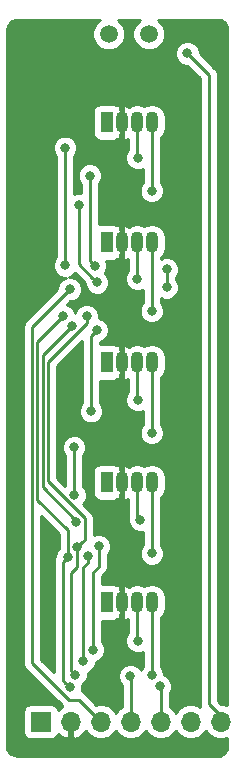
<source format=gbr>
G04 #@! TF.GenerationSoftware,KiCad,Pcbnew,5.0.2-bee76a0~70~ubuntu16.04.1*
G04 #@! TF.CreationDate,2020-01-15T21:00:25+00:00*
G04 #@! TF.ProjectId,receiver,72656365-6976-4657-922e-6b696361645f,rev?*
G04 #@! TF.SameCoordinates,Original*
G04 #@! TF.FileFunction,Copper,L1,Top*
G04 #@! TF.FilePolarity,Positive*
%FSLAX46Y46*%
G04 Gerber Fmt 4.6, Leading zero omitted, Abs format (unit mm)*
G04 Created by KiCad (PCBNEW 5.0.2-bee76a0~70~ubuntu16.04.1) date Wed 15 Jan 2020 21:00:25 GMT*
%MOMM*%
%LPD*%
G01*
G04 APERTURE LIST*
G04 #@! TA.AperFunction,ComponentPad*
%ADD10R,1.700000X1.700000*%
G04 #@! TD*
G04 #@! TA.AperFunction,ComponentPad*
%ADD11O,1.700000X1.700000*%
G04 #@! TD*
G04 #@! TA.AperFunction,ComponentPad*
%ADD12C,1.500000*%
G04 #@! TD*
G04 #@! TA.AperFunction,ComponentPad*
%ADD13R,1.070000X1.800000*%
G04 #@! TD*
G04 #@! TA.AperFunction,ComponentPad*
%ADD14O,1.070000X1.800000*%
G04 #@! TD*
G04 #@! TA.AperFunction,ViaPad*
%ADD15C,0.800000*%
G04 #@! TD*
G04 #@! TA.AperFunction,Conductor*
%ADD16C,0.250000*%
G04 #@! TD*
G04 #@! TA.AperFunction,Conductor*
%ADD17C,0.254000*%
G04 #@! TD*
G04 APERTURE END LIST*
D10*
G04 #@! TO.P,J1,1*
G04 #@! TO.N,+3V3*
X141730000Y-114250000D03*
D11*
G04 #@! TO.P,J1,2*
G04 #@! TO.N,GND*
X144270000Y-114250000D03*
G04 #@! TO.P,J1,3*
G04 #@! TO.N,DATA*
X146810000Y-114250000D03*
G04 #@! TO.P,J1,4*
G04 #@! TO.N,LATCH*
X149350000Y-114250000D03*
G04 #@! TO.P,J1,5*
G04 #@! TO.N,CLOCK*
X151890000Y-114250000D03*
G04 #@! TO.P,J1,6*
G04 #@! TO.N,N/C*
X154430000Y-114250000D03*
G04 #@! TO.P,J1,7*
G04 #@! TO.N,LDR*
X156970000Y-114250000D03*
G04 #@! TD*
D12*
G04 #@! TO.P,R1,1*
G04 #@! TO.N,+3V3*
X147480000Y-56000000D03*
G04 #@! TO.P,R1,2*
G04 #@! TO.N,LDR*
X150880000Y-56000000D03*
G04 #@! TD*
D13*
G04 #@! TO.P,D1,1*
G04 #@! TO.N,Net-(D1-Pad1)*
X147320000Y-63500000D03*
D14*
G04 #@! TO.P,D1,2*
G04 #@! TO.N,GND*
X148590000Y-63500000D03*
G04 #@! TO.P,D1,3*
G04 #@! TO.N,Net-(D1-Pad3)*
X149860000Y-63500000D03*
G04 #@! TO.P,D1,4*
G04 #@! TO.N,Net-(D1-Pad4)*
X151130000Y-63500000D03*
G04 #@! TD*
D13*
G04 #@! TO.P,D2,1*
G04 #@! TO.N,Net-(D2-Pad1)*
X147320000Y-93980000D03*
D14*
G04 #@! TO.P,D2,2*
G04 #@! TO.N,GND*
X148590000Y-93980000D03*
G04 #@! TO.P,D2,3*
G04 #@! TO.N,Net-(D2-Pad3)*
X149860000Y-93980000D03*
G04 #@! TO.P,D2,4*
G04 #@! TO.N,Net-(D2-Pad4)*
X151130000Y-93980000D03*
G04 #@! TD*
G04 #@! TO.P,D4,4*
G04 #@! TO.N,Net-(D4-Pad4)*
X151130000Y-73660000D03*
G04 #@! TO.P,D4,3*
G04 #@! TO.N,Net-(D4-Pad3)*
X149860000Y-73660000D03*
G04 #@! TO.P,D4,2*
G04 #@! TO.N,GND*
X148590000Y-73660000D03*
D13*
G04 #@! TO.P,D4,1*
G04 #@! TO.N,Net-(D4-Pad1)*
X147320000Y-73660000D03*
G04 #@! TD*
D14*
G04 #@! TO.P,D5,4*
G04 #@! TO.N,Net-(D5-Pad4)*
X151130000Y-104140000D03*
G04 #@! TO.P,D5,3*
G04 #@! TO.N,Net-(D5-Pad3)*
X149860000Y-104140000D03*
G04 #@! TO.P,D5,2*
G04 #@! TO.N,GND*
X148590000Y-104140000D03*
D13*
G04 #@! TO.P,D5,1*
G04 #@! TO.N,Net-(D5-Pad1)*
X147320000Y-104140000D03*
G04 #@! TD*
G04 #@! TO.P,D7,1*
G04 #@! TO.N,Net-(D7-Pad1)*
X147320000Y-83820000D03*
D14*
G04 #@! TO.P,D7,2*
G04 #@! TO.N,GND*
X148590000Y-83820000D03*
G04 #@! TO.P,D7,3*
G04 #@! TO.N,Net-(D7-Pad3)*
X149860000Y-83820000D03*
G04 #@! TO.P,D7,4*
G04 #@! TO.N,Net-(D7-Pad4)*
X151130000Y-83820000D03*
G04 #@! TD*
D15*
G04 #@! TO.N,GND*
X142494000Y-105664000D03*
X143510000Y-55372000D03*
X148082000Y-112522000D03*
X154262123Y-112107442D03*
G04 #@! TO.N,Net-(D1-Pad4)*
X151130000Y-69300000D03*
G04 #@! TO.N,Net-(D1-Pad3)*
X149930000Y-66500000D03*
G04 #@! TO.N,Net-(D2-Pad3)*
X150155000Y-97125000D03*
G04 #@! TO.N,Net-(D2-Pad4)*
X151130000Y-100000000D03*
G04 #@! TO.N,Net-(D4-Pad3)*
X149880000Y-76750000D03*
G04 #@! TO.N,Net-(D4-Pad4)*
X151130000Y-79475000D03*
G04 #@! TO.N,Net-(D5-Pad3)*
X149930000Y-107400000D03*
G04 #@! TO.N,Net-(D5-Pad4)*
X151156343Y-110294384D03*
G04 #@! TO.N,Net-(D7-Pad4)*
X151130000Y-89800000D03*
G04 #@! TO.N,Net-(D7-Pad3)*
X149930000Y-87000000D03*
G04 #@! TO.N,DATA*
X144180000Y-77625000D03*
G04 #@! TO.N,LATCH*
X149310000Y-110369998D03*
X145630000Y-79925004D03*
X144670874Y-110250824D03*
X144830000Y-99460010D03*
G04 #@! TO.N,CLOCK*
X151820000Y-111260000D03*
X144005000Y-100300000D03*
X143629996Y-79925000D03*
X144205000Y-111325000D03*
G04 #@! TO.N,LDR*
X154150004Y-57650000D03*
G04 #@! TO.N,Net-(R3-Pad2)*
X143780000Y-75600000D03*
X143780000Y-65650000D03*
G04 #@! TO.N,Net-(R6-Pad2)*
X145879998Y-68000000D03*
X146330000Y-75625000D03*
G04 #@! TO.N,Net-(R9-Pad2)*
X144955000Y-70500000D03*
X146505000Y-77050000D03*
G04 #@! TO.N,Net-(R12-Pad2)*
X152405000Y-75950000D03*
X152380000Y-77475000D03*
G04 #@! TO.N,Net-(R16-Pad2)*
X146630000Y-99400000D03*
X146155000Y-108150000D03*
G04 #@! TO.N,Net-(R19-Pad2)*
X145705000Y-100250000D03*
X145343456Y-109118375D03*
G04 #@! TO.N,Net-(R23-Pad2)*
X145980010Y-87950000D03*
X146480000Y-81075000D03*
G04 #@! TO.N,Net-(R25-Pad2)*
X144580000Y-95075000D03*
X144555000Y-91000000D03*
G04 #@! TO.N,Net-(U1-Pad9)*
X144730010Y-97350000D03*
X144367345Y-80737335D03*
G04 #@! TD*
D16*
G04 #@! TO.N,Net-(D1-Pad4)*
X151130000Y-63500000D02*
X151130000Y-69300000D01*
G04 #@! TO.N,Net-(D1-Pad3)*
X149860000Y-66430000D02*
X149930000Y-66500000D01*
X149860000Y-63500000D02*
X149860000Y-66430000D01*
G04 #@! TO.N,Net-(D2-Pad3)*
X149860000Y-96830000D02*
X150155000Y-97125000D01*
X149860000Y-93980000D02*
X149860000Y-96830000D01*
G04 #@! TO.N,Net-(D2-Pad4)*
X151130000Y-93980000D02*
X151130000Y-100000000D01*
G04 #@! TO.N,Net-(D4-Pad3)*
X149860000Y-76730000D02*
X149880000Y-76750000D01*
X149860000Y-73660000D02*
X149860000Y-76730000D01*
G04 #@! TO.N,Net-(D4-Pad4)*
X151130000Y-73660000D02*
X151130000Y-79475000D01*
G04 #@! TO.N,Net-(D5-Pad3)*
X149860000Y-107330000D02*
X149930000Y-107400000D01*
X149860000Y-104140000D02*
X149860000Y-107330000D01*
G04 #@! TO.N,Net-(D5-Pad4)*
X151130000Y-104140000D02*
X151130000Y-110268041D01*
X151130000Y-110268041D02*
X151156343Y-110294384D01*
G04 #@! TO.N,Net-(D7-Pad4)*
X151130000Y-83820000D02*
X151130000Y-89800000D01*
G04 #@! TO.N,Net-(D7-Pad3)*
X149860000Y-86930000D02*
X149930000Y-87000000D01*
X149860000Y-83820000D02*
X149860000Y-86930000D01*
G04 #@! TO.N,DATA*
X146810000Y-114250000D02*
X144935000Y-112375000D01*
X143780001Y-78024999D02*
X144180000Y-77625000D01*
X141006458Y-99862869D02*
X141004967Y-99861378D01*
X144935000Y-112375000D02*
X144081998Y-112375000D01*
X141004967Y-99861378D02*
X141004967Y-80800033D01*
X144081998Y-112375000D02*
X141006458Y-109299460D01*
X141004967Y-80800033D02*
X143780001Y-78024999D01*
X141006458Y-109299460D02*
X141006458Y-99862869D01*
G04 #@! TO.N,LATCH*
X149350000Y-110409998D02*
X149310000Y-110369998D01*
X149350000Y-114250000D02*
X149350000Y-110409998D01*
X144270875Y-109850825D02*
X144270875Y-101684125D01*
X144270875Y-101684125D02*
X144830000Y-101125000D01*
X144830000Y-100025695D02*
X144830000Y-99460010D01*
X145455012Y-97001998D02*
X145455012Y-98834998D01*
X145455012Y-98834998D02*
X145229999Y-99060011D01*
X142355000Y-83775000D02*
X142355000Y-93901986D01*
X142355000Y-93901986D02*
X145455012Y-97001998D01*
X145630000Y-80500000D02*
X142355000Y-83775000D01*
X144670874Y-110250824D02*
X144270875Y-109850825D01*
X144830000Y-101125000D02*
X144830000Y-100025695D01*
X145630000Y-79925004D02*
X145630000Y-80500000D01*
X145229999Y-99060011D02*
X144830000Y-99460010D01*
G04 #@! TO.N,CLOCK*
X151890000Y-111330000D02*
X151820000Y-111260000D01*
X151890000Y-114250000D02*
X151890000Y-111330000D01*
X143805001Y-110925001D02*
X144205000Y-111325000D01*
X144005000Y-100300000D02*
X143605001Y-100699999D01*
X143605001Y-110725001D02*
X143805001Y-110925001D01*
X143605001Y-100699999D02*
X143605001Y-110725001D01*
X143229997Y-80324999D02*
X143629996Y-79925000D01*
X144005000Y-100300000D02*
X144005000Y-98031000D01*
X144005000Y-98031000D02*
X141454978Y-95480978D01*
X141454978Y-95480978D02*
X141454978Y-82100018D01*
X141454978Y-82100018D02*
X143229997Y-80324999D01*
G04 #@! TO.N,LDR*
X155950000Y-59449996D02*
X154150004Y-57650000D01*
X155950000Y-112770000D02*
X155950000Y-59449996D01*
X157480000Y-114300000D02*
X155950000Y-112770000D01*
G04 #@! TO.N,Net-(R3-Pad2)*
X143780000Y-75600000D02*
X143780000Y-65650000D01*
G04 #@! TO.N,Net-(R6-Pad2)*
X145879998Y-75174998D02*
X145930001Y-75225001D01*
X145879998Y-68000000D02*
X145879998Y-75174998D01*
X145930001Y-75225001D02*
X146330000Y-75625000D01*
G04 #@! TO.N,Net-(R9-Pad2)*
X144955000Y-75500000D02*
X146105001Y-76650001D01*
X144955000Y-70500000D02*
X144955000Y-75500000D01*
X146105001Y-76650001D02*
X146505000Y-77050000D01*
G04 #@! TO.N,Net-(R12-Pad2)*
X152405000Y-77450000D02*
X152380000Y-77475000D01*
X152405000Y-75950000D02*
X152405000Y-77450000D01*
G04 #@! TO.N,Net-(R16-Pad2)*
X146155000Y-107584315D02*
X146155000Y-108150000D01*
X146155000Y-101607826D02*
X146155000Y-107584315D01*
X146630000Y-101132826D02*
X146155000Y-101607826D01*
X146630000Y-99400000D02*
X146630000Y-101132826D01*
G04 #@! TO.N,Net-(R19-Pad2)*
X145343456Y-108552690D02*
X145343456Y-109118375D01*
X145705000Y-100815685D02*
X145343456Y-101177229D01*
X145343456Y-101177229D02*
X145343456Y-108552690D01*
X145705000Y-100250000D02*
X145705000Y-100815685D01*
G04 #@! TO.N,Net-(R23-Pad2)*
X145980010Y-87950000D02*
X145980010Y-81574990D01*
X146080001Y-81474999D02*
X146480000Y-81075000D01*
X145980010Y-81574990D02*
X146080001Y-81474999D01*
G04 #@! TO.N,Net-(R25-Pad2)*
X144580000Y-95075000D02*
X144580000Y-91025000D01*
X144580000Y-91025000D02*
X144555000Y-91000000D01*
G04 #@! TO.N,Net-(U1-Pad9)*
X143967346Y-81137334D02*
X144367345Y-80737335D01*
X144730010Y-97350000D02*
X144730010Y-97232010D01*
X141904989Y-94406989D02*
X141904989Y-83199691D01*
X144730010Y-97232010D02*
X141904989Y-94406989D01*
X141904989Y-83199691D02*
X143967346Y-81137334D01*
G04 #@! TD*
D17*
G04 #@! TO.N,GND*
G36*
X146695460Y-54825853D02*
X146305853Y-55215460D01*
X146095000Y-55724506D01*
X146095000Y-56275494D01*
X146305853Y-56784540D01*
X146695460Y-57174147D01*
X147204506Y-57385000D01*
X147755494Y-57385000D01*
X148264540Y-57174147D01*
X148654147Y-56784540D01*
X148865000Y-56275494D01*
X148865000Y-55724506D01*
X148654147Y-55215460D01*
X148264540Y-54825853D01*
X148231096Y-54812000D01*
X150128904Y-54812000D01*
X150095460Y-54825853D01*
X149705853Y-55215460D01*
X149495000Y-55724506D01*
X149495000Y-56275494D01*
X149705853Y-56784540D01*
X150095460Y-57174147D01*
X150604506Y-57385000D01*
X151155494Y-57385000D01*
X151664540Y-57174147D01*
X152054147Y-56784540D01*
X152265000Y-56275494D01*
X152265000Y-55724506D01*
X152054147Y-55215460D01*
X151664540Y-54825853D01*
X151631096Y-54812000D01*
X156659314Y-54812000D01*
X156978505Y-54865128D01*
X157210919Y-54990533D01*
X157390184Y-55184459D01*
X157502741Y-55439059D01*
X157532001Y-55670680D01*
X157532000Y-112847696D01*
X157116256Y-112765000D01*
X157019801Y-112765000D01*
X156710000Y-112455199D01*
X156710000Y-59524844D01*
X156724888Y-59449996D01*
X156710000Y-59375148D01*
X156710000Y-59375144D01*
X156665904Y-59153459D01*
X156665904Y-59153458D01*
X156540329Y-58965523D01*
X156497929Y-58902067D01*
X156434473Y-58859667D01*
X155185004Y-57610199D01*
X155185004Y-57444126D01*
X155027435Y-57063720D01*
X154736284Y-56772569D01*
X154355878Y-56615000D01*
X153944130Y-56615000D01*
X153563724Y-56772569D01*
X153272573Y-57063720D01*
X153115004Y-57444126D01*
X153115004Y-57855874D01*
X153272573Y-58236280D01*
X153563724Y-58527431D01*
X153944130Y-58685000D01*
X154110203Y-58685000D01*
X155190001Y-59764799D01*
X155190000Y-112695153D01*
X155175112Y-112770000D01*
X155190000Y-112844847D01*
X155190000Y-112844851D01*
X155219127Y-112991284D01*
X155009418Y-112851161D01*
X154576256Y-112765000D01*
X154283744Y-112765000D01*
X153850582Y-112851161D01*
X153359375Y-113179375D01*
X153160000Y-113477761D01*
X152960625Y-113179375D01*
X152650000Y-112971822D01*
X152650000Y-111893711D01*
X152697431Y-111846280D01*
X152855000Y-111465874D01*
X152855000Y-111054126D01*
X152697431Y-110673720D01*
X152406280Y-110382569D01*
X152191343Y-110293539D01*
X152191343Y-110088510D01*
X152033774Y-109708104D01*
X151890000Y-109564330D01*
X151890000Y-105404331D01*
X151973523Y-105348523D01*
X152232115Y-104961511D01*
X152300000Y-104620230D01*
X152300000Y-103659769D01*
X152232115Y-103318489D01*
X151973523Y-102931477D01*
X151586510Y-102672885D01*
X151130000Y-102582079D01*
X150673489Y-102672885D01*
X150495000Y-102792147D01*
X150316510Y-102672885D01*
X149860000Y-102582079D01*
X149403489Y-102672885D01*
X149211849Y-102800934D01*
X148897383Y-102646100D01*
X148717000Y-102771756D01*
X148717000Y-103524032D01*
X148690000Y-103659770D01*
X148690000Y-104620231D01*
X148717000Y-104755969D01*
X148717000Y-105508244D01*
X148897383Y-105633900D01*
X149100000Y-105534137D01*
X149100001Y-106766288D01*
X149052569Y-106813720D01*
X148895000Y-107194126D01*
X148895000Y-107605874D01*
X149052569Y-107986280D01*
X149343720Y-108277431D01*
X149724126Y-108435000D01*
X150135874Y-108435000D01*
X150370001Y-108338022D01*
X150370001Y-109617015D01*
X150278912Y-109708104D01*
X150217511Y-109856339D01*
X150187431Y-109783718D01*
X149896280Y-109492567D01*
X149515874Y-109334998D01*
X149104126Y-109334998D01*
X148723720Y-109492567D01*
X148432569Y-109783718D01*
X148275000Y-110164124D01*
X148275000Y-110575872D01*
X148432569Y-110956278D01*
X148590001Y-111113710D01*
X148590000Y-112971822D01*
X148279375Y-113179375D01*
X148080000Y-113477761D01*
X147880625Y-113179375D01*
X147389418Y-112851161D01*
X146956256Y-112765000D01*
X146663744Y-112765000D01*
X146443593Y-112808791D01*
X145525331Y-111890530D01*
X145482929Y-111827071D01*
X145231537Y-111659096D01*
X145190287Y-111650891D01*
X145240000Y-111530874D01*
X145240000Y-111135360D01*
X145257154Y-111128255D01*
X145548305Y-110837104D01*
X145705874Y-110456698D01*
X145705874Y-110088532D01*
X145929736Y-109995806D01*
X146220887Y-109704655D01*
X146378456Y-109324249D01*
X146378456Y-109177717D01*
X146741280Y-109027431D01*
X147032431Y-108736280D01*
X147190000Y-108355874D01*
X147190000Y-107944126D01*
X147032431Y-107563720D01*
X146915000Y-107446289D01*
X146915000Y-105687440D01*
X147855000Y-105687440D01*
X148102765Y-105638157D01*
X148182736Y-105584722D01*
X148282617Y-105633900D01*
X148463000Y-105508244D01*
X148463000Y-105238280D01*
X148502440Y-105040000D01*
X148502440Y-103240000D01*
X148463000Y-103041720D01*
X148463000Y-102771756D01*
X148282617Y-102646100D01*
X148182736Y-102695278D01*
X148102765Y-102641843D01*
X147855000Y-102592560D01*
X146915000Y-102592560D01*
X146915000Y-101922627D01*
X147114472Y-101723155D01*
X147177929Y-101680755D01*
X147345904Y-101429363D01*
X147390000Y-101207678D01*
X147390000Y-101207674D01*
X147404888Y-101132827D01*
X147390000Y-101057980D01*
X147390000Y-100103711D01*
X147507431Y-99986280D01*
X147665000Y-99605874D01*
X147665000Y-99194126D01*
X147507431Y-98813720D01*
X147216280Y-98522569D01*
X146835874Y-98365000D01*
X146424126Y-98365000D01*
X146215012Y-98451618D01*
X146215012Y-97076844D01*
X146229900Y-97001997D01*
X146215012Y-96927150D01*
X146215012Y-96927146D01*
X146170916Y-96705461D01*
X146002941Y-96454069D01*
X145939485Y-96411669D01*
X145323263Y-95795448D01*
X145457431Y-95661280D01*
X145615000Y-95280874D01*
X145615000Y-94869126D01*
X145457431Y-94488720D01*
X145340000Y-94371289D01*
X145340000Y-93080000D01*
X146137560Y-93080000D01*
X146137560Y-94880000D01*
X146186843Y-95127765D01*
X146327191Y-95337809D01*
X146537235Y-95478157D01*
X146785000Y-95527440D01*
X147855000Y-95527440D01*
X148102765Y-95478157D01*
X148182736Y-95424722D01*
X148282617Y-95473900D01*
X148463000Y-95348244D01*
X148463000Y-95078280D01*
X148502440Y-94880000D01*
X148502440Y-93499770D01*
X148690000Y-93499770D01*
X148690000Y-94460231D01*
X148717000Y-94595969D01*
X148717000Y-95348244D01*
X148897383Y-95473900D01*
X149100000Y-95374137D01*
X149100001Y-96755148D01*
X149085112Y-96830000D01*
X149120000Y-97005393D01*
X149120000Y-97330874D01*
X149277569Y-97711280D01*
X149568720Y-98002431D01*
X149949126Y-98160000D01*
X150360874Y-98160000D01*
X150370001Y-98156220D01*
X150370001Y-99296288D01*
X150252569Y-99413720D01*
X150095000Y-99794126D01*
X150095000Y-100205874D01*
X150252569Y-100586280D01*
X150543720Y-100877431D01*
X150924126Y-101035000D01*
X151335874Y-101035000D01*
X151716280Y-100877431D01*
X152007431Y-100586280D01*
X152165000Y-100205874D01*
X152165000Y-99794126D01*
X152007431Y-99413720D01*
X151890000Y-99296289D01*
X151890000Y-95244331D01*
X151973523Y-95188523D01*
X152232115Y-94801511D01*
X152300000Y-94460230D01*
X152300000Y-93499769D01*
X152232115Y-93158489D01*
X151973523Y-92771477D01*
X151586510Y-92512885D01*
X151130000Y-92422079D01*
X150673489Y-92512885D01*
X150495000Y-92632147D01*
X150316510Y-92512885D01*
X149860000Y-92422079D01*
X149403489Y-92512885D01*
X149211849Y-92640934D01*
X148897383Y-92486100D01*
X148717000Y-92611756D01*
X148717000Y-93364032D01*
X148690000Y-93499770D01*
X148502440Y-93499770D01*
X148502440Y-93080000D01*
X148463000Y-92881720D01*
X148463000Y-92611756D01*
X148282617Y-92486100D01*
X148182736Y-92535278D01*
X148102765Y-92481843D01*
X147855000Y-92432560D01*
X146785000Y-92432560D01*
X146537235Y-92481843D01*
X146327191Y-92622191D01*
X146186843Y-92832235D01*
X146137560Y-93080000D01*
X145340000Y-93080000D01*
X145340000Y-91678711D01*
X145432431Y-91586280D01*
X145590000Y-91205874D01*
X145590000Y-90794126D01*
X145432431Y-90413720D01*
X145141280Y-90122569D01*
X144760874Y-89965000D01*
X144349126Y-89965000D01*
X143968720Y-90122569D01*
X143677569Y-90413720D01*
X143520000Y-90794126D01*
X143520000Y-91205874D01*
X143677569Y-91586280D01*
X143820001Y-91728712D01*
X143820000Y-94292185D01*
X143115000Y-93587185D01*
X143115000Y-84089801D01*
X145220011Y-81984791D01*
X145220010Y-87246289D01*
X145102579Y-87363720D01*
X144945010Y-87744126D01*
X144945010Y-88155874D01*
X145102579Y-88536280D01*
X145393730Y-88827431D01*
X145774136Y-88985000D01*
X146185884Y-88985000D01*
X146566290Y-88827431D01*
X146857441Y-88536280D01*
X147015010Y-88155874D01*
X147015010Y-87744126D01*
X146857441Y-87363720D01*
X146740010Y-87246289D01*
X146740010Y-85358491D01*
X146785000Y-85367440D01*
X147855000Y-85367440D01*
X148102765Y-85318157D01*
X148182736Y-85264722D01*
X148282617Y-85313900D01*
X148463000Y-85188244D01*
X148463000Y-84918280D01*
X148502440Y-84720000D01*
X148502440Y-83339770D01*
X148690000Y-83339770D01*
X148690000Y-84300231D01*
X148717000Y-84435969D01*
X148717000Y-85188244D01*
X148897383Y-85313900D01*
X149100000Y-85214137D01*
X149100001Y-86366288D01*
X149052569Y-86413720D01*
X148895000Y-86794126D01*
X148895000Y-87205874D01*
X149052569Y-87586280D01*
X149343720Y-87877431D01*
X149724126Y-88035000D01*
X150135874Y-88035000D01*
X150370001Y-87938022D01*
X150370001Y-89096288D01*
X150252569Y-89213720D01*
X150095000Y-89594126D01*
X150095000Y-90005874D01*
X150252569Y-90386280D01*
X150543720Y-90677431D01*
X150924126Y-90835000D01*
X151335874Y-90835000D01*
X151716280Y-90677431D01*
X152007431Y-90386280D01*
X152165000Y-90005874D01*
X152165000Y-89594126D01*
X152007431Y-89213720D01*
X151890000Y-89096289D01*
X151890000Y-85084331D01*
X151973523Y-85028523D01*
X152232115Y-84641511D01*
X152300000Y-84300230D01*
X152300000Y-83339769D01*
X152232115Y-82998489D01*
X151973523Y-82611477D01*
X151586510Y-82352885D01*
X151130000Y-82262079D01*
X150673489Y-82352885D01*
X150495000Y-82472147D01*
X150316510Y-82352885D01*
X149860000Y-82262079D01*
X149403489Y-82352885D01*
X149211849Y-82480934D01*
X148897383Y-82326100D01*
X148717000Y-82451756D01*
X148717000Y-83204032D01*
X148690000Y-83339770D01*
X148502440Y-83339770D01*
X148502440Y-82920000D01*
X148463000Y-82721720D01*
X148463000Y-82451756D01*
X148282617Y-82326100D01*
X148182736Y-82375278D01*
X148102765Y-82321843D01*
X147855000Y-82272560D01*
X146785000Y-82272560D01*
X146740010Y-82281509D01*
X146740010Y-82087576D01*
X147066280Y-81952431D01*
X147357431Y-81661280D01*
X147515000Y-81280874D01*
X147515000Y-80869126D01*
X147357431Y-80488720D01*
X147066280Y-80197569D01*
X146685874Y-80040000D01*
X146665000Y-80040000D01*
X146665000Y-79719130D01*
X146507431Y-79338724D01*
X146216280Y-79047573D01*
X145835874Y-78890004D01*
X145424126Y-78890004D01*
X145043720Y-79047573D01*
X144752569Y-79338724D01*
X144629999Y-79634635D01*
X144507427Y-79338720D01*
X144216276Y-79047569D01*
X143944716Y-78935086D01*
X144219802Y-78660000D01*
X144385874Y-78660000D01*
X144766280Y-78502431D01*
X145057431Y-78211280D01*
X145215000Y-77830874D01*
X145215000Y-77419126D01*
X145057431Y-77038720D01*
X144766280Y-76747569D01*
X144385874Y-76590000D01*
X144094514Y-76590000D01*
X144366280Y-76477431D01*
X144611955Y-76231756D01*
X145470000Y-77089802D01*
X145470000Y-77255874D01*
X145627569Y-77636280D01*
X145918720Y-77927431D01*
X146299126Y-78085000D01*
X146710874Y-78085000D01*
X147091280Y-77927431D01*
X147382431Y-77636280D01*
X147540000Y-77255874D01*
X147540000Y-76844126D01*
X147382431Y-76463720D01*
X147168711Y-76250000D01*
X147207431Y-76211280D01*
X147365000Y-75830874D01*
X147365000Y-75419126D01*
X147277317Y-75207440D01*
X147855000Y-75207440D01*
X148102765Y-75158157D01*
X148182736Y-75104722D01*
X148282617Y-75153900D01*
X148463000Y-75028244D01*
X148463000Y-74758280D01*
X148502440Y-74560000D01*
X148502440Y-73179770D01*
X148690000Y-73179770D01*
X148690000Y-74140231D01*
X148717000Y-74275969D01*
X148717000Y-75028244D01*
X148897383Y-75153900D01*
X149100000Y-75054137D01*
X149100001Y-76066288D01*
X149002569Y-76163720D01*
X148845000Y-76544126D01*
X148845000Y-76955874D01*
X149002569Y-77336280D01*
X149293720Y-77627431D01*
X149674126Y-77785000D01*
X150085874Y-77785000D01*
X150370001Y-77667311D01*
X150370001Y-78771288D01*
X150252569Y-78888720D01*
X150095000Y-79269126D01*
X150095000Y-79680874D01*
X150252569Y-80061280D01*
X150543720Y-80352431D01*
X150924126Y-80510000D01*
X151335874Y-80510000D01*
X151716280Y-80352431D01*
X152007431Y-80061280D01*
X152165000Y-79680874D01*
X152165000Y-79269126D01*
X152007431Y-78888720D01*
X151890000Y-78771289D01*
X151890000Y-78392311D01*
X152174126Y-78510000D01*
X152585874Y-78510000D01*
X152966280Y-78352431D01*
X153257431Y-78061280D01*
X153415000Y-77680874D01*
X153415000Y-77269126D01*
X153257431Y-76888720D01*
X153165000Y-76796289D01*
X153165000Y-76653711D01*
X153282431Y-76536280D01*
X153440000Y-76155874D01*
X153440000Y-75744126D01*
X153282431Y-75363720D01*
X152991280Y-75072569D01*
X152610874Y-74915000D01*
X152199126Y-74915000D01*
X151890000Y-75043044D01*
X151890000Y-74924331D01*
X151973523Y-74868523D01*
X152232115Y-74481511D01*
X152300000Y-74140230D01*
X152300000Y-73179769D01*
X152232115Y-72838489D01*
X151973523Y-72451477D01*
X151586510Y-72192885D01*
X151130000Y-72102079D01*
X150673489Y-72192885D01*
X150495000Y-72312147D01*
X150316510Y-72192885D01*
X149860000Y-72102079D01*
X149403489Y-72192885D01*
X149211849Y-72320934D01*
X148897383Y-72166100D01*
X148717000Y-72291756D01*
X148717000Y-73044032D01*
X148690000Y-73179770D01*
X148502440Y-73179770D01*
X148502440Y-72760000D01*
X148463000Y-72561720D01*
X148463000Y-72291756D01*
X148282617Y-72166100D01*
X148182736Y-72215278D01*
X148102765Y-72161843D01*
X147855000Y-72112560D01*
X146785000Y-72112560D01*
X146639998Y-72141402D01*
X146639998Y-68703711D01*
X146757429Y-68586280D01*
X146914998Y-68205874D01*
X146914998Y-67794126D01*
X146757429Y-67413720D01*
X146466278Y-67122569D01*
X146085872Y-66965000D01*
X145674124Y-66965000D01*
X145293718Y-67122569D01*
X145002567Y-67413720D01*
X144844998Y-67794126D01*
X144844998Y-68205874D01*
X145002567Y-68586280D01*
X145119998Y-68703711D01*
X145119998Y-69465000D01*
X144749126Y-69465000D01*
X144540000Y-69551623D01*
X144540000Y-66353711D01*
X144657431Y-66236280D01*
X144815000Y-65855874D01*
X144815000Y-65444126D01*
X144657431Y-65063720D01*
X144366280Y-64772569D01*
X143985874Y-64615000D01*
X143574126Y-64615000D01*
X143193720Y-64772569D01*
X142902569Y-65063720D01*
X142745000Y-65444126D01*
X142745000Y-65855874D01*
X142902569Y-66236280D01*
X143020001Y-66353712D01*
X143020000Y-74896289D01*
X142902569Y-75013720D01*
X142745000Y-75394126D01*
X142745000Y-75805874D01*
X142902569Y-76186280D01*
X143193720Y-76477431D01*
X143574126Y-76635000D01*
X143865486Y-76635000D01*
X143593720Y-76747569D01*
X143302569Y-77038720D01*
X143145000Y-77419126D01*
X143145000Y-77585198D01*
X140520495Y-80209704D01*
X140457039Y-80252104D01*
X140414639Y-80315560D01*
X140414638Y-80315561D01*
X140301642Y-80484671D01*
X140289064Y-80503496D01*
X140280410Y-80547005D01*
X140230079Y-80800033D01*
X140244968Y-80874885D01*
X140244967Y-99786531D01*
X140230079Y-99861378D01*
X140244967Y-99936225D01*
X140244967Y-99936229D01*
X140246459Y-99943730D01*
X140246458Y-109224613D01*
X140231570Y-109299460D01*
X140246458Y-109374307D01*
X140246458Y-109374311D01*
X140290554Y-109595996D01*
X140458529Y-109847389D01*
X140521988Y-109889791D01*
X143491671Y-112859476D01*
X143534069Y-112922929D01*
X143573417Y-112949221D01*
X143503076Y-112978355D01*
X143198739Y-113255708D01*
X143178157Y-113152235D01*
X143037809Y-112942191D01*
X142827765Y-112801843D01*
X142580000Y-112752560D01*
X140880000Y-112752560D01*
X140632235Y-112801843D01*
X140422191Y-112942191D01*
X140281843Y-113152235D01*
X140232560Y-113400000D01*
X140232560Y-115100000D01*
X140281843Y-115347765D01*
X140422191Y-115557809D01*
X140632235Y-115698157D01*
X140880000Y-115747440D01*
X142580000Y-115747440D01*
X142827765Y-115698157D01*
X143037809Y-115557809D01*
X143178157Y-115347765D01*
X143198739Y-115244292D01*
X143503076Y-115521645D01*
X143913110Y-115691476D01*
X144143000Y-115570155D01*
X144143000Y-114377000D01*
X144123000Y-114377000D01*
X144123000Y-114123000D01*
X144143000Y-114123000D01*
X144143000Y-114103000D01*
X144397000Y-114103000D01*
X144397000Y-114123000D01*
X144417000Y-114123000D01*
X144417000Y-114377000D01*
X144397000Y-114377000D01*
X144397000Y-115570155D01*
X144626890Y-115691476D01*
X145036924Y-115521645D01*
X145465183Y-115131358D01*
X145526157Y-115001522D01*
X145739375Y-115320625D01*
X146230582Y-115648839D01*
X146663744Y-115735000D01*
X146956256Y-115735000D01*
X147389418Y-115648839D01*
X147880625Y-115320625D01*
X148080000Y-115022239D01*
X148279375Y-115320625D01*
X148770582Y-115648839D01*
X149203744Y-115735000D01*
X149496256Y-115735000D01*
X149929418Y-115648839D01*
X150420625Y-115320625D01*
X150620000Y-115022239D01*
X150819375Y-115320625D01*
X151310582Y-115648839D01*
X151743744Y-115735000D01*
X152036256Y-115735000D01*
X152469418Y-115648839D01*
X152960625Y-115320625D01*
X153160000Y-115022239D01*
X153359375Y-115320625D01*
X153850582Y-115648839D01*
X154283744Y-115735000D01*
X154576256Y-115735000D01*
X155009418Y-115648839D01*
X155500625Y-115320625D01*
X155700000Y-115022239D01*
X155899375Y-115320625D01*
X156390582Y-115648839D01*
X156823744Y-115735000D01*
X157116256Y-115735000D01*
X157532000Y-115652304D01*
X157532000Y-116273315D01*
X157478872Y-116592505D01*
X157353468Y-116824918D01*
X157159541Y-117004183D01*
X156904940Y-117116742D01*
X156673335Y-117146000D01*
X139758685Y-117146000D01*
X139439495Y-117092872D01*
X139207082Y-116967468D01*
X139027817Y-116773541D01*
X138915258Y-116518940D01*
X138886000Y-116287335D01*
X138886000Y-62600000D01*
X146137560Y-62600000D01*
X146137560Y-64400000D01*
X146186843Y-64647765D01*
X146327191Y-64857809D01*
X146537235Y-64998157D01*
X146785000Y-65047440D01*
X147855000Y-65047440D01*
X148102765Y-64998157D01*
X148182736Y-64944722D01*
X148282617Y-64993900D01*
X148463000Y-64868244D01*
X148463000Y-64598280D01*
X148502440Y-64400000D01*
X148502440Y-63019770D01*
X148690000Y-63019770D01*
X148690000Y-63980231D01*
X148717000Y-64115969D01*
X148717000Y-64868244D01*
X148897383Y-64993900D01*
X149100000Y-64894137D01*
X149100001Y-65866288D01*
X149052569Y-65913720D01*
X148895000Y-66294126D01*
X148895000Y-66705874D01*
X149052569Y-67086280D01*
X149343720Y-67377431D01*
X149724126Y-67535000D01*
X150135874Y-67535000D01*
X150370001Y-67438022D01*
X150370001Y-68596288D01*
X150252569Y-68713720D01*
X150095000Y-69094126D01*
X150095000Y-69505874D01*
X150252569Y-69886280D01*
X150543720Y-70177431D01*
X150924126Y-70335000D01*
X151335874Y-70335000D01*
X151716280Y-70177431D01*
X152007431Y-69886280D01*
X152165000Y-69505874D01*
X152165000Y-69094126D01*
X152007431Y-68713720D01*
X151890000Y-68596289D01*
X151890000Y-64764331D01*
X151973523Y-64708523D01*
X152232115Y-64321511D01*
X152300000Y-63980230D01*
X152300000Y-63019769D01*
X152232115Y-62678489D01*
X151973523Y-62291477D01*
X151586510Y-62032885D01*
X151130000Y-61942079D01*
X150673489Y-62032885D01*
X150495000Y-62152147D01*
X150316510Y-62032885D01*
X149860000Y-61942079D01*
X149403489Y-62032885D01*
X149211849Y-62160934D01*
X148897383Y-62006100D01*
X148717000Y-62131756D01*
X148717000Y-62884032D01*
X148690000Y-63019770D01*
X148502440Y-63019770D01*
X148502440Y-62600000D01*
X148463000Y-62401720D01*
X148463000Y-62131756D01*
X148282617Y-62006100D01*
X148182736Y-62055278D01*
X148102765Y-62001843D01*
X147855000Y-61952560D01*
X146785000Y-61952560D01*
X146537235Y-62001843D01*
X146327191Y-62142191D01*
X146186843Y-62352235D01*
X146137560Y-62600000D01*
X138886000Y-62600000D01*
X138886000Y-55684686D01*
X138939128Y-55365495D01*
X139064533Y-55133081D01*
X139258459Y-54953816D01*
X139513059Y-54841259D01*
X139744672Y-54812000D01*
X146728904Y-54812000D01*
X146695460Y-54825853D01*
X146695460Y-54825853D01*
G37*
X146695460Y-54825853D02*
X146305853Y-55215460D01*
X146095000Y-55724506D01*
X146095000Y-56275494D01*
X146305853Y-56784540D01*
X146695460Y-57174147D01*
X147204506Y-57385000D01*
X147755494Y-57385000D01*
X148264540Y-57174147D01*
X148654147Y-56784540D01*
X148865000Y-56275494D01*
X148865000Y-55724506D01*
X148654147Y-55215460D01*
X148264540Y-54825853D01*
X148231096Y-54812000D01*
X150128904Y-54812000D01*
X150095460Y-54825853D01*
X149705853Y-55215460D01*
X149495000Y-55724506D01*
X149495000Y-56275494D01*
X149705853Y-56784540D01*
X150095460Y-57174147D01*
X150604506Y-57385000D01*
X151155494Y-57385000D01*
X151664540Y-57174147D01*
X152054147Y-56784540D01*
X152265000Y-56275494D01*
X152265000Y-55724506D01*
X152054147Y-55215460D01*
X151664540Y-54825853D01*
X151631096Y-54812000D01*
X156659314Y-54812000D01*
X156978505Y-54865128D01*
X157210919Y-54990533D01*
X157390184Y-55184459D01*
X157502741Y-55439059D01*
X157532001Y-55670680D01*
X157532000Y-112847696D01*
X157116256Y-112765000D01*
X157019801Y-112765000D01*
X156710000Y-112455199D01*
X156710000Y-59524844D01*
X156724888Y-59449996D01*
X156710000Y-59375148D01*
X156710000Y-59375144D01*
X156665904Y-59153459D01*
X156665904Y-59153458D01*
X156540329Y-58965523D01*
X156497929Y-58902067D01*
X156434473Y-58859667D01*
X155185004Y-57610199D01*
X155185004Y-57444126D01*
X155027435Y-57063720D01*
X154736284Y-56772569D01*
X154355878Y-56615000D01*
X153944130Y-56615000D01*
X153563724Y-56772569D01*
X153272573Y-57063720D01*
X153115004Y-57444126D01*
X153115004Y-57855874D01*
X153272573Y-58236280D01*
X153563724Y-58527431D01*
X153944130Y-58685000D01*
X154110203Y-58685000D01*
X155190001Y-59764799D01*
X155190000Y-112695153D01*
X155175112Y-112770000D01*
X155190000Y-112844847D01*
X155190000Y-112844851D01*
X155219127Y-112991284D01*
X155009418Y-112851161D01*
X154576256Y-112765000D01*
X154283744Y-112765000D01*
X153850582Y-112851161D01*
X153359375Y-113179375D01*
X153160000Y-113477761D01*
X152960625Y-113179375D01*
X152650000Y-112971822D01*
X152650000Y-111893711D01*
X152697431Y-111846280D01*
X152855000Y-111465874D01*
X152855000Y-111054126D01*
X152697431Y-110673720D01*
X152406280Y-110382569D01*
X152191343Y-110293539D01*
X152191343Y-110088510D01*
X152033774Y-109708104D01*
X151890000Y-109564330D01*
X151890000Y-105404331D01*
X151973523Y-105348523D01*
X152232115Y-104961511D01*
X152300000Y-104620230D01*
X152300000Y-103659769D01*
X152232115Y-103318489D01*
X151973523Y-102931477D01*
X151586510Y-102672885D01*
X151130000Y-102582079D01*
X150673489Y-102672885D01*
X150495000Y-102792147D01*
X150316510Y-102672885D01*
X149860000Y-102582079D01*
X149403489Y-102672885D01*
X149211849Y-102800934D01*
X148897383Y-102646100D01*
X148717000Y-102771756D01*
X148717000Y-103524032D01*
X148690000Y-103659770D01*
X148690000Y-104620231D01*
X148717000Y-104755969D01*
X148717000Y-105508244D01*
X148897383Y-105633900D01*
X149100000Y-105534137D01*
X149100001Y-106766288D01*
X149052569Y-106813720D01*
X148895000Y-107194126D01*
X148895000Y-107605874D01*
X149052569Y-107986280D01*
X149343720Y-108277431D01*
X149724126Y-108435000D01*
X150135874Y-108435000D01*
X150370001Y-108338022D01*
X150370001Y-109617015D01*
X150278912Y-109708104D01*
X150217511Y-109856339D01*
X150187431Y-109783718D01*
X149896280Y-109492567D01*
X149515874Y-109334998D01*
X149104126Y-109334998D01*
X148723720Y-109492567D01*
X148432569Y-109783718D01*
X148275000Y-110164124D01*
X148275000Y-110575872D01*
X148432569Y-110956278D01*
X148590001Y-111113710D01*
X148590000Y-112971822D01*
X148279375Y-113179375D01*
X148080000Y-113477761D01*
X147880625Y-113179375D01*
X147389418Y-112851161D01*
X146956256Y-112765000D01*
X146663744Y-112765000D01*
X146443593Y-112808791D01*
X145525331Y-111890530D01*
X145482929Y-111827071D01*
X145231537Y-111659096D01*
X145190287Y-111650891D01*
X145240000Y-111530874D01*
X145240000Y-111135360D01*
X145257154Y-111128255D01*
X145548305Y-110837104D01*
X145705874Y-110456698D01*
X145705874Y-110088532D01*
X145929736Y-109995806D01*
X146220887Y-109704655D01*
X146378456Y-109324249D01*
X146378456Y-109177717D01*
X146741280Y-109027431D01*
X147032431Y-108736280D01*
X147190000Y-108355874D01*
X147190000Y-107944126D01*
X147032431Y-107563720D01*
X146915000Y-107446289D01*
X146915000Y-105687440D01*
X147855000Y-105687440D01*
X148102765Y-105638157D01*
X148182736Y-105584722D01*
X148282617Y-105633900D01*
X148463000Y-105508244D01*
X148463000Y-105238280D01*
X148502440Y-105040000D01*
X148502440Y-103240000D01*
X148463000Y-103041720D01*
X148463000Y-102771756D01*
X148282617Y-102646100D01*
X148182736Y-102695278D01*
X148102765Y-102641843D01*
X147855000Y-102592560D01*
X146915000Y-102592560D01*
X146915000Y-101922627D01*
X147114472Y-101723155D01*
X147177929Y-101680755D01*
X147345904Y-101429363D01*
X147390000Y-101207678D01*
X147390000Y-101207674D01*
X147404888Y-101132827D01*
X147390000Y-101057980D01*
X147390000Y-100103711D01*
X147507431Y-99986280D01*
X147665000Y-99605874D01*
X147665000Y-99194126D01*
X147507431Y-98813720D01*
X147216280Y-98522569D01*
X146835874Y-98365000D01*
X146424126Y-98365000D01*
X146215012Y-98451618D01*
X146215012Y-97076844D01*
X146229900Y-97001997D01*
X146215012Y-96927150D01*
X146215012Y-96927146D01*
X146170916Y-96705461D01*
X146002941Y-96454069D01*
X145939485Y-96411669D01*
X145323263Y-95795448D01*
X145457431Y-95661280D01*
X145615000Y-95280874D01*
X145615000Y-94869126D01*
X145457431Y-94488720D01*
X145340000Y-94371289D01*
X145340000Y-93080000D01*
X146137560Y-93080000D01*
X146137560Y-94880000D01*
X146186843Y-95127765D01*
X146327191Y-95337809D01*
X146537235Y-95478157D01*
X146785000Y-95527440D01*
X147855000Y-95527440D01*
X148102765Y-95478157D01*
X148182736Y-95424722D01*
X148282617Y-95473900D01*
X148463000Y-95348244D01*
X148463000Y-95078280D01*
X148502440Y-94880000D01*
X148502440Y-93499770D01*
X148690000Y-93499770D01*
X148690000Y-94460231D01*
X148717000Y-94595969D01*
X148717000Y-95348244D01*
X148897383Y-95473900D01*
X149100000Y-95374137D01*
X149100001Y-96755148D01*
X149085112Y-96830000D01*
X149120000Y-97005393D01*
X149120000Y-97330874D01*
X149277569Y-97711280D01*
X149568720Y-98002431D01*
X149949126Y-98160000D01*
X150360874Y-98160000D01*
X150370001Y-98156220D01*
X150370001Y-99296288D01*
X150252569Y-99413720D01*
X150095000Y-99794126D01*
X150095000Y-100205874D01*
X150252569Y-100586280D01*
X150543720Y-100877431D01*
X150924126Y-101035000D01*
X151335874Y-101035000D01*
X151716280Y-100877431D01*
X152007431Y-100586280D01*
X152165000Y-100205874D01*
X152165000Y-99794126D01*
X152007431Y-99413720D01*
X151890000Y-99296289D01*
X151890000Y-95244331D01*
X151973523Y-95188523D01*
X152232115Y-94801511D01*
X152300000Y-94460230D01*
X152300000Y-93499769D01*
X152232115Y-93158489D01*
X151973523Y-92771477D01*
X151586510Y-92512885D01*
X151130000Y-92422079D01*
X150673489Y-92512885D01*
X150495000Y-92632147D01*
X150316510Y-92512885D01*
X149860000Y-92422079D01*
X149403489Y-92512885D01*
X149211849Y-92640934D01*
X148897383Y-92486100D01*
X148717000Y-92611756D01*
X148717000Y-93364032D01*
X148690000Y-93499770D01*
X148502440Y-93499770D01*
X148502440Y-93080000D01*
X148463000Y-92881720D01*
X148463000Y-92611756D01*
X148282617Y-92486100D01*
X148182736Y-92535278D01*
X148102765Y-92481843D01*
X147855000Y-92432560D01*
X146785000Y-92432560D01*
X146537235Y-92481843D01*
X146327191Y-92622191D01*
X146186843Y-92832235D01*
X146137560Y-93080000D01*
X145340000Y-93080000D01*
X145340000Y-91678711D01*
X145432431Y-91586280D01*
X145590000Y-91205874D01*
X145590000Y-90794126D01*
X145432431Y-90413720D01*
X145141280Y-90122569D01*
X144760874Y-89965000D01*
X144349126Y-89965000D01*
X143968720Y-90122569D01*
X143677569Y-90413720D01*
X143520000Y-90794126D01*
X143520000Y-91205874D01*
X143677569Y-91586280D01*
X143820001Y-91728712D01*
X143820000Y-94292185D01*
X143115000Y-93587185D01*
X143115000Y-84089801D01*
X145220011Y-81984791D01*
X145220010Y-87246289D01*
X145102579Y-87363720D01*
X144945010Y-87744126D01*
X144945010Y-88155874D01*
X145102579Y-88536280D01*
X145393730Y-88827431D01*
X145774136Y-88985000D01*
X146185884Y-88985000D01*
X146566290Y-88827431D01*
X146857441Y-88536280D01*
X147015010Y-88155874D01*
X147015010Y-87744126D01*
X146857441Y-87363720D01*
X146740010Y-87246289D01*
X146740010Y-85358491D01*
X146785000Y-85367440D01*
X147855000Y-85367440D01*
X148102765Y-85318157D01*
X148182736Y-85264722D01*
X148282617Y-85313900D01*
X148463000Y-85188244D01*
X148463000Y-84918280D01*
X148502440Y-84720000D01*
X148502440Y-83339770D01*
X148690000Y-83339770D01*
X148690000Y-84300231D01*
X148717000Y-84435969D01*
X148717000Y-85188244D01*
X148897383Y-85313900D01*
X149100000Y-85214137D01*
X149100001Y-86366288D01*
X149052569Y-86413720D01*
X148895000Y-86794126D01*
X148895000Y-87205874D01*
X149052569Y-87586280D01*
X149343720Y-87877431D01*
X149724126Y-88035000D01*
X150135874Y-88035000D01*
X150370001Y-87938022D01*
X150370001Y-89096288D01*
X150252569Y-89213720D01*
X150095000Y-89594126D01*
X150095000Y-90005874D01*
X150252569Y-90386280D01*
X150543720Y-90677431D01*
X150924126Y-90835000D01*
X151335874Y-90835000D01*
X151716280Y-90677431D01*
X152007431Y-90386280D01*
X152165000Y-90005874D01*
X152165000Y-89594126D01*
X152007431Y-89213720D01*
X151890000Y-89096289D01*
X151890000Y-85084331D01*
X151973523Y-85028523D01*
X152232115Y-84641511D01*
X152300000Y-84300230D01*
X152300000Y-83339769D01*
X152232115Y-82998489D01*
X151973523Y-82611477D01*
X151586510Y-82352885D01*
X151130000Y-82262079D01*
X150673489Y-82352885D01*
X150495000Y-82472147D01*
X150316510Y-82352885D01*
X149860000Y-82262079D01*
X149403489Y-82352885D01*
X149211849Y-82480934D01*
X148897383Y-82326100D01*
X148717000Y-82451756D01*
X148717000Y-83204032D01*
X148690000Y-83339770D01*
X148502440Y-83339770D01*
X148502440Y-82920000D01*
X148463000Y-82721720D01*
X148463000Y-82451756D01*
X148282617Y-82326100D01*
X148182736Y-82375278D01*
X148102765Y-82321843D01*
X147855000Y-82272560D01*
X146785000Y-82272560D01*
X146740010Y-82281509D01*
X146740010Y-82087576D01*
X147066280Y-81952431D01*
X147357431Y-81661280D01*
X147515000Y-81280874D01*
X147515000Y-80869126D01*
X147357431Y-80488720D01*
X147066280Y-80197569D01*
X146685874Y-80040000D01*
X146665000Y-80040000D01*
X146665000Y-79719130D01*
X146507431Y-79338724D01*
X146216280Y-79047573D01*
X145835874Y-78890004D01*
X145424126Y-78890004D01*
X145043720Y-79047573D01*
X144752569Y-79338724D01*
X144629999Y-79634635D01*
X144507427Y-79338720D01*
X144216276Y-79047569D01*
X143944716Y-78935086D01*
X144219802Y-78660000D01*
X144385874Y-78660000D01*
X144766280Y-78502431D01*
X145057431Y-78211280D01*
X145215000Y-77830874D01*
X145215000Y-77419126D01*
X145057431Y-77038720D01*
X144766280Y-76747569D01*
X144385874Y-76590000D01*
X144094514Y-76590000D01*
X144366280Y-76477431D01*
X144611955Y-76231756D01*
X145470000Y-77089802D01*
X145470000Y-77255874D01*
X145627569Y-77636280D01*
X145918720Y-77927431D01*
X146299126Y-78085000D01*
X146710874Y-78085000D01*
X147091280Y-77927431D01*
X147382431Y-77636280D01*
X147540000Y-77255874D01*
X147540000Y-76844126D01*
X147382431Y-76463720D01*
X147168711Y-76250000D01*
X147207431Y-76211280D01*
X147365000Y-75830874D01*
X147365000Y-75419126D01*
X147277317Y-75207440D01*
X147855000Y-75207440D01*
X148102765Y-75158157D01*
X148182736Y-75104722D01*
X148282617Y-75153900D01*
X148463000Y-75028244D01*
X148463000Y-74758280D01*
X148502440Y-74560000D01*
X148502440Y-73179770D01*
X148690000Y-73179770D01*
X148690000Y-74140231D01*
X148717000Y-74275969D01*
X148717000Y-75028244D01*
X148897383Y-75153900D01*
X149100000Y-75054137D01*
X149100001Y-76066288D01*
X149002569Y-76163720D01*
X148845000Y-76544126D01*
X148845000Y-76955874D01*
X149002569Y-77336280D01*
X149293720Y-77627431D01*
X149674126Y-77785000D01*
X150085874Y-77785000D01*
X150370001Y-77667311D01*
X150370001Y-78771288D01*
X150252569Y-78888720D01*
X150095000Y-79269126D01*
X150095000Y-79680874D01*
X150252569Y-80061280D01*
X150543720Y-80352431D01*
X150924126Y-80510000D01*
X151335874Y-80510000D01*
X151716280Y-80352431D01*
X152007431Y-80061280D01*
X152165000Y-79680874D01*
X152165000Y-79269126D01*
X152007431Y-78888720D01*
X151890000Y-78771289D01*
X151890000Y-78392311D01*
X152174126Y-78510000D01*
X152585874Y-78510000D01*
X152966280Y-78352431D01*
X153257431Y-78061280D01*
X153415000Y-77680874D01*
X153415000Y-77269126D01*
X153257431Y-76888720D01*
X153165000Y-76796289D01*
X153165000Y-76653711D01*
X153282431Y-76536280D01*
X153440000Y-76155874D01*
X153440000Y-75744126D01*
X153282431Y-75363720D01*
X152991280Y-75072569D01*
X152610874Y-74915000D01*
X152199126Y-74915000D01*
X151890000Y-75043044D01*
X151890000Y-74924331D01*
X151973523Y-74868523D01*
X152232115Y-74481511D01*
X152300000Y-74140230D01*
X152300000Y-73179769D01*
X152232115Y-72838489D01*
X151973523Y-72451477D01*
X151586510Y-72192885D01*
X151130000Y-72102079D01*
X150673489Y-72192885D01*
X150495000Y-72312147D01*
X150316510Y-72192885D01*
X149860000Y-72102079D01*
X149403489Y-72192885D01*
X149211849Y-72320934D01*
X148897383Y-72166100D01*
X148717000Y-72291756D01*
X148717000Y-73044032D01*
X148690000Y-73179770D01*
X148502440Y-73179770D01*
X148502440Y-72760000D01*
X148463000Y-72561720D01*
X148463000Y-72291756D01*
X148282617Y-72166100D01*
X148182736Y-72215278D01*
X148102765Y-72161843D01*
X147855000Y-72112560D01*
X146785000Y-72112560D01*
X146639998Y-72141402D01*
X146639998Y-68703711D01*
X146757429Y-68586280D01*
X146914998Y-68205874D01*
X146914998Y-67794126D01*
X146757429Y-67413720D01*
X146466278Y-67122569D01*
X146085872Y-66965000D01*
X145674124Y-66965000D01*
X145293718Y-67122569D01*
X145002567Y-67413720D01*
X144844998Y-67794126D01*
X144844998Y-68205874D01*
X145002567Y-68586280D01*
X145119998Y-68703711D01*
X145119998Y-69465000D01*
X144749126Y-69465000D01*
X144540000Y-69551623D01*
X144540000Y-66353711D01*
X144657431Y-66236280D01*
X144815000Y-65855874D01*
X144815000Y-65444126D01*
X144657431Y-65063720D01*
X144366280Y-64772569D01*
X143985874Y-64615000D01*
X143574126Y-64615000D01*
X143193720Y-64772569D01*
X142902569Y-65063720D01*
X142745000Y-65444126D01*
X142745000Y-65855874D01*
X142902569Y-66236280D01*
X143020001Y-66353712D01*
X143020000Y-74896289D01*
X142902569Y-75013720D01*
X142745000Y-75394126D01*
X142745000Y-75805874D01*
X142902569Y-76186280D01*
X143193720Y-76477431D01*
X143574126Y-76635000D01*
X143865486Y-76635000D01*
X143593720Y-76747569D01*
X143302569Y-77038720D01*
X143145000Y-77419126D01*
X143145000Y-77585198D01*
X140520495Y-80209704D01*
X140457039Y-80252104D01*
X140414639Y-80315560D01*
X140414638Y-80315561D01*
X140301642Y-80484671D01*
X140289064Y-80503496D01*
X140280410Y-80547005D01*
X140230079Y-80800033D01*
X140244968Y-80874885D01*
X140244967Y-99786531D01*
X140230079Y-99861378D01*
X140244967Y-99936225D01*
X140244967Y-99936229D01*
X140246459Y-99943730D01*
X140246458Y-109224613D01*
X140231570Y-109299460D01*
X140246458Y-109374307D01*
X140246458Y-109374311D01*
X140290554Y-109595996D01*
X140458529Y-109847389D01*
X140521988Y-109889791D01*
X143491671Y-112859476D01*
X143534069Y-112922929D01*
X143573417Y-112949221D01*
X143503076Y-112978355D01*
X143198739Y-113255708D01*
X143178157Y-113152235D01*
X143037809Y-112942191D01*
X142827765Y-112801843D01*
X142580000Y-112752560D01*
X140880000Y-112752560D01*
X140632235Y-112801843D01*
X140422191Y-112942191D01*
X140281843Y-113152235D01*
X140232560Y-113400000D01*
X140232560Y-115100000D01*
X140281843Y-115347765D01*
X140422191Y-115557809D01*
X140632235Y-115698157D01*
X140880000Y-115747440D01*
X142580000Y-115747440D01*
X142827765Y-115698157D01*
X143037809Y-115557809D01*
X143178157Y-115347765D01*
X143198739Y-115244292D01*
X143503076Y-115521645D01*
X143913110Y-115691476D01*
X144143000Y-115570155D01*
X144143000Y-114377000D01*
X144123000Y-114377000D01*
X144123000Y-114123000D01*
X144143000Y-114123000D01*
X144143000Y-114103000D01*
X144397000Y-114103000D01*
X144397000Y-114123000D01*
X144417000Y-114123000D01*
X144417000Y-114377000D01*
X144397000Y-114377000D01*
X144397000Y-115570155D01*
X144626890Y-115691476D01*
X145036924Y-115521645D01*
X145465183Y-115131358D01*
X145526157Y-115001522D01*
X145739375Y-115320625D01*
X146230582Y-115648839D01*
X146663744Y-115735000D01*
X146956256Y-115735000D01*
X147389418Y-115648839D01*
X147880625Y-115320625D01*
X148080000Y-115022239D01*
X148279375Y-115320625D01*
X148770582Y-115648839D01*
X149203744Y-115735000D01*
X149496256Y-115735000D01*
X149929418Y-115648839D01*
X150420625Y-115320625D01*
X150620000Y-115022239D01*
X150819375Y-115320625D01*
X151310582Y-115648839D01*
X151743744Y-115735000D01*
X152036256Y-115735000D01*
X152469418Y-115648839D01*
X152960625Y-115320625D01*
X153160000Y-115022239D01*
X153359375Y-115320625D01*
X153850582Y-115648839D01*
X154283744Y-115735000D01*
X154576256Y-115735000D01*
X155009418Y-115648839D01*
X155500625Y-115320625D01*
X155700000Y-115022239D01*
X155899375Y-115320625D01*
X156390582Y-115648839D01*
X156823744Y-115735000D01*
X157116256Y-115735000D01*
X157532000Y-115652304D01*
X157532000Y-116273315D01*
X157478872Y-116592505D01*
X157353468Y-116824918D01*
X157159541Y-117004183D01*
X156904940Y-117116742D01*
X156673335Y-117146000D01*
X139758685Y-117146000D01*
X139439495Y-117092872D01*
X139207082Y-116967468D01*
X139027817Y-116773541D01*
X138915258Y-116518940D01*
X138886000Y-116287335D01*
X138886000Y-62600000D01*
X146137560Y-62600000D01*
X146137560Y-64400000D01*
X146186843Y-64647765D01*
X146327191Y-64857809D01*
X146537235Y-64998157D01*
X146785000Y-65047440D01*
X147855000Y-65047440D01*
X148102765Y-64998157D01*
X148182736Y-64944722D01*
X148282617Y-64993900D01*
X148463000Y-64868244D01*
X148463000Y-64598280D01*
X148502440Y-64400000D01*
X148502440Y-63019770D01*
X148690000Y-63019770D01*
X148690000Y-63980231D01*
X148717000Y-64115969D01*
X148717000Y-64868244D01*
X148897383Y-64993900D01*
X149100000Y-64894137D01*
X149100001Y-65866288D01*
X149052569Y-65913720D01*
X148895000Y-66294126D01*
X148895000Y-66705874D01*
X149052569Y-67086280D01*
X149343720Y-67377431D01*
X149724126Y-67535000D01*
X150135874Y-67535000D01*
X150370001Y-67438022D01*
X150370001Y-68596288D01*
X150252569Y-68713720D01*
X150095000Y-69094126D01*
X150095000Y-69505874D01*
X150252569Y-69886280D01*
X150543720Y-70177431D01*
X150924126Y-70335000D01*
X151335874Y-70335000D01*
X151716280Y-70177431D01*
X152007431Y-69886280D01*
X152165000Y-69505874D01*
X152165000Y-69094126D01*
X152007431Y-68713720D01*
X151890000Y-68596289D01*
X151890000Y-64764331D01*
X151973523Y-64708523D01*
X152232115Y-64321511D01*
X152300000Y-63980230D01*
X152300000Y-63019769D01*
X152232115Y-62678489D01*
X151973523Y-62291477D01*
X151586510Y-62032885D01*
X151130000Y-61942079D01*
X150673489Y-62032885D01*
X150495000Y-62152147D01*
X150316510Y-62032885D01*
X149860000Y-61942079D01*
X149403489Y-62032885D01*
X149211849Y-62160934D01*
X148897383Y-62006100D01*
X148717000Y-62131756D01*
X148717000Y-62884032D01*
X148690000Y-63019770D01*
X148502440Y-63019770D01*
X148502440Y-62600000D01*
X148463000Y-62401720D01*
X148463000Y-62131756D01*
X148282617Y-62006100D01*
X148182736Y-62055278D01*
X148102765Y-62001843D01*
X147855000Y-61952560D01*
X146785000Y-61952560D01*
X146537235Y-62001843D01*
X146327191Y-62142191D01*
X146186843Y-62352235D01*
X146137560Y-62600000D01*
X138886000Y-62600000D01*
X138886000Y-55684686D01*
X138939128Y-55365495D01*
X139064533Y-55133081D01*
X139258459Y-54953816D01*
X139513059Y-54841259D01*
X139744672Y-54812000D01*
X146728904Y-54812000D01*
X146695460Y-54825853D01*
G36*
X143245001Y-98345803D02*
X143245000Y-99596289D01*
X143127569Y-99713720D01*
X142970000Y-100094126D01*
X142970000Y-100282383D01*
X142889097Y-100403463D01*
X142845001Y-100625148D01*
X142845001Y-100625152D01*
X142830113Y-100699999D01*
X142845001Y-100774846D01*
X142845002Y-110063202D01*
X141766458Y-108984659D01*
X141766458Y-99937717D01*
X141781346Y-99862869D01*
X141766458Y-99788021D01*
X141766458Y-99788017D01*
X141764967Y-99780521D01*
X141764967Y-96865768D01*
X143245001Y-98345803D01*
X143245001Y-98345803D01*
G37*
X143245001Y-98345803D02*
X143245000Y-99596289D01*
X143127569Y-99713720D01*
X142970000Y-100094126D01*
X142970000Y-100282383D01*
X142889097Y-100403463D01*
X142845001Y-100625148D01*
X142845001Y-100625152D01*
X142830113Y-100699999D01*
X142845001Y-100774846D01*
X142845002Y-110063202D01*
X141766458Y-108984659D01*
X141766458Y-99937717D01*
X141781346Y-99862869D01*
X141766458Y-99788021D01*
X141766458Y-99788017D01*
X141764967Y-99780521D01*
X141764967Y-96865768D01*
X143245001Y-98345803D01*
G04 #@! TD*
M02*

</source>
